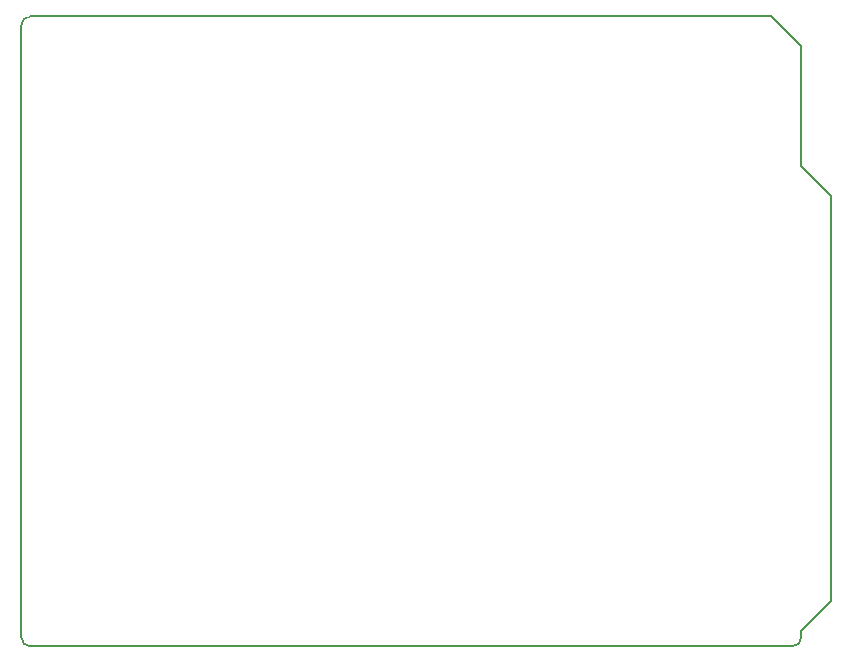
<source format=gbr>
%TF.GenerationSoftware,KiCad,Pcbnew,7.0.1*%
%TF.CreationDate,2023-05-12T19:52:33+02:00*%
%TF.ProjectId,UFO-FPGA,55464f2d-4650-4474-912e-6b696361645f,V0.8*%
%TF.SameCoordinates,Original*%
%TF.FileFunction,Profile,NP*%
%FSLAX46Y46*%
G04 Gerber Fmt 4.6, Leading zero omitted, Abs format (unit mm)*
G04 Created by KiCad (PCBNEW 7.0.1) date 2023-05-12 19:52:33*
%MOMM*%
%LPD*%
G01*
G04 APERTURE LIST*
%TA.AperFunction,Profile*%
%ADD10C,0.150000*%
%TD*%
G04 APERTURE END LIST*
D10*
X176786000Y-101480000D02*
X112270000Y-101480000D01*
X177548000Y-60840000D02*
X180088000Y-63380000D01*
X180088000Y-97670000D02*
X177548000Y-100210000D01*
X175008000Y-48140000D02*
X177548000Y-50680000D01*
X180088000Y-63380000D02*
X180088000Y-97670000D01*
X111500000Y-67020000D02*
X111508000Y-48902000D01*
X177548000Y-100210000D02*
X177548000Y-100718000D01*
X112270000Y-48140000D02*
G75*
G03*
X111508000Y-48902000I0J-762000D01*
G01*
X177548000Y-50680000D02*
X177548000Y-60840000D01*
X111508000Y-100718000D02*
G75*
G03*
X112270000Y-101480000I762000J0D01*
G01*
X111508000Y-100718000D02*
X111500000Y-67020000D01*
X112270000Y-48140000D02*
X175008000Y-48140000D01*
X176786000Y-101480000D02*
G75*
G03*
X177548000Y-100718000I0J762000D01*
G01*
M02*

</source>
